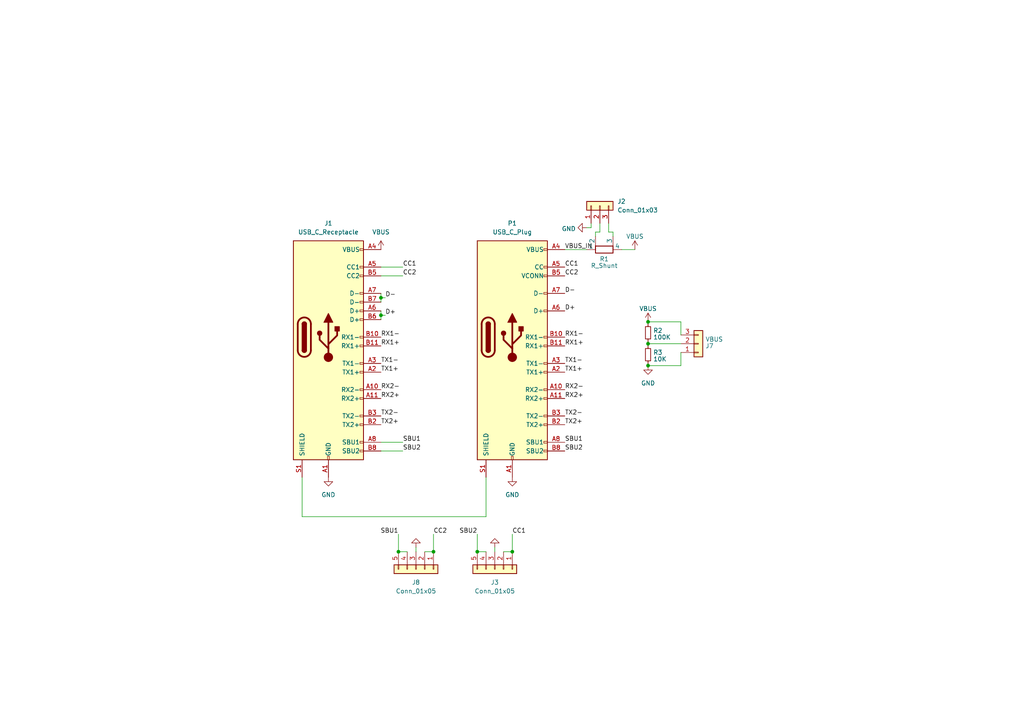
<source format=kicad_sch>
(kicad_sch (version 20230121) (generator eeschema)

  (uuid 0dd352b9-9e75-4b55-87aa-6b1e0abe2c19)

  (paper "A4")

  (lib_symbols
    (symbol "Connector:USB_C_Plug" (pin_names (offset 1.016)) (in_bom yes) (on_board yes)
      (property "Reference" "P" (at -10.16 29.21 0)
        (effects (font (size 1.27 1.27)) (justify left))
      )
      (property "Value" "USB_C_Plug" (at 10.16 29.21 0)
        (effects (font (size 1.27 1.27)) (justify right))
      )
      (property "Footprint" "" (at 3.81 0 0)
        (effects (font (size 1.27 1.27)) hide)
      )
      (property "Datasheet" "https://www.usb.org/sites/default/files/documents/usb_type-c.zip" (at 3.81 0 0)
        (effects (font (size 1.27 1.27)) hide)
      )
      (property "ki_keywords" "usb universal serial bus" (at 0 0 0)
        (effects (font (size 1.27 1.27)) hide)
      )
      (property "ki_description" "USB Type-C Plug connector" (at 0 0 0)
        (effects (font (size 1.27 1.27)) hide)
      )
      (property "ki_fp_filters" "USB*C*Plug*" (at 0 0 0)
        (effects (font (size 1.27 1.27)) hide)
      )
      (symbol "USB_C_Plug_0_0"
        (rectangle (start -0.254 -35.56) (end 0.254 -34.544)
          (stroke (width 0) (type default))
          (fill (type none))
        )
        (rectangle (start 10.16 -32.766) (end 9.144 -33.274)
          (stroke (width 0) (type default))
          (fill (type none))
        )
        (rectangle (start 10.16 -30.226) (end 9.144 -30.734)
          (stroke (width 0) (type default))
          (fill (type none))
        )
        (rectangle (start 10.16 -25.146) (end 9.144 -25.654)
          (stroke (width 0) (type default))
          (fill (type none))
        )
        (rectangle (start 10.16 -22.606) (end 9.144 -23.114)
          (stroke (width 0) (type default))
          (fill (type none))
        )
        (rectangle (start 10.16 -17.526) (end 9.144 -18.034)
          (stroke (width 0) (type default))
          (fill (type none))
        )
        (rectangle (start 10.16 -14.986) (end 9.144 -15.494)
          (stroke (width 0) (type default))
          (fill (type none))
        )
        (rectangle (start 10.16 -9.906) (end 9.144 -10.414)
          (stroke (width 0) (type default))
          (fill (type none))
        )
        (rectangle (start 10.16 -7.366) (end 9.144 -7.874)
          (stroke (width 0) (type default))
          (fill (type none))
        )
        (rectangle (start 10.16 -2.286) (end 9.144 -2.794)
          (stroke (width 0) (type default))
          (fill (type none))
        )
        (rectangle (start 10.16 0.254) (end 9.144 -0.254)
          (stroke (width 0) (type default))
          (fill (type none))
        )
        (rectangle (start 10.16 7.874) (end 9.144 7.366)
          (stroke (width 0) (type default))
          (fill (type none))
        )
        (rectangle (start 10.16 12.954) (end 9.144 12.446)
          (stroke (width 0) (type default))
          (fill (type none))
        )
        (rectangle (start 10.16 18.034) (end 9.144 17.526)
          (stroke (width 0) (type default))
          (fill (type none))
        )
        (rectangle (start 10.16 20.574) (end 9.144 20.066)
          (stroke (width 0) (type default))
          (fill (type none))
        )
        (rectangle (start 10.16 25.654) (end 9.144 25.146)
          (stroke (width 0) (type default))
          (fill (type none))
        )
      )
      (symbol "USB_C_Plug_0_1"
        (rectangle (start -10.16 27.94) (end 10.16 -35.56)
          (stroke (width 0.254) (type default))
          (fill (type background))
        )
        (arc (start -8.89 -3.81) (mid -6.985 -5.7067) (end -5.08 -3.81)
          (stroke (width 0.508) (type default))
          (fill (type none))
        )
        (arc (start -7.62 -3.81) (mid -6.985 -4.4423) (end -6.35 -3.81)
          (stroke (width 0.254) (type default))
          (fill (type none))
        )
        (arc (start -7.62 -3.81) (mid -6.985 -4.4423) (end -6.35 -3.81)
          (stroke (width 0.254) (type default))
          (fill (type outline))
        )
        (rectangle (start -7.62 -3.81) (end -6.35 3.81)
          (stroke (width 0.254) (type default))
          (fill (type outline))
        )
        (arc (start -6.35 3.81) (mid -6.985 4.4423) (end -7.62 3.81)
          (stroke (width 0.254) (type default))
          (fill (type none))
        )
        (arc (start -6.35 3.81) (mid -6.985 4.4423) (end -7.62 3.81)
          (stroke (width 0.254) (type default))
          (fill (type outline))
        )
        (arc (start -5.08 3.81) (mid -6.985 5.7067) (end -8.89 3.81)
          (stroke (width 0.508) (type default))
          (fill (type none))
        )
        (polyline
          (pts
            (xy -8.89 -3.81)
            (xy -8.89 3.81)
          )
          (stroke (width 0.508) (type default))
          (fill (type none))
        )
        (polyline
          (pts
            (xy -5.08 3.81)
            (xy -5.08 -3.81)
          )
          (stroke (width 0.508) (type default))
          (fill (type none))
        )
      )
      (symbol "USB_C_Plug_1_1"
        (circle (center -2.54 1.143) (radius 0.635)
          (stroke (width 0.254) (type default))
          (fill (type outline))
        )
        (circle (center 0 -5.842) (radius 1.27)
          (stroke (width 0) (type default))
          (fill (type outline))
        )
        (polyline
          (pts
            (xy 0 -5.842)
            (xy 0 4.318)
          )
          (stroke (width 0.508) (type default))
          (fill (type none))
        )
        (polyline
          (pts
            (xy 0 -3.302)
            (xy -2.54 -0.762)
            (xy -2.54 0.508)
          )
          (stroke (width 0.508) (type default))
          (fill (type none))
        )
        (polyline
          (pts
            (xy 0 -2.032)
            (xy 2.54 0.508)
            (xy 2.54 1.778)
          )
          (stroke (width 0.508) (type default))
          (fill (type none))
        )
        (polyline
          (pts
            (xy -1.27 4.318)
            (xy 0 6.858)
            (xy 1.27 4.318)
            (xy -1.27 4.318)
          )
          (stroke (width 0.254) (type default))
          (fill (type outline))
        )
        (rectangle (start 1.905 1.778) (end 3.175 3.048)
          (stroke (width 0.254) (type default))
          (fill (type outline))
        )
        (pin passive line (at 0 -40.64 90) (length 5.08)
          (name "GND" (effects (font (size 1.27 1.27))))
          (number "A1" (effects (font (size 1.27 1.27))))
        )
        (pin bidirectional line (at 15.24 -15.24 180) (length 5.08)
          (name "RX2-" (effects (font (size 1.27 1.27))))
          (number "A10" (effects (font (size 1.27 1.27))))
        )
        (pin bidirectional line (at 15.24 -17.78 180) (length 5.08)
          (name "RX2+" (effects (font (size 1.27 1.27))))
          (number "A11" (effects (font (size 1.27 1.27))))
        )
        (pin passive line (at 0 -40.64 90) (length 5.08) hide
          (name "GND" (effects (font (size 1.27 1.27))))
          (number "A12" (effects (font (size 1.27 1.27))))
        )
        (pin bidirectional line (at 15.24 -10.16 180) (length 5.08)
          (name "TX1+" (effects (font (size 1.27 1.27))))
          (number "A2" (effects (font (size 1.27 1.27))))
        )
        (pin bidirectional line (at 15.24 -7.62 180) (length 5.08)
          (name "TX1-" (effects (font (size 1.27 1.27))))
          (number "A3" (effects (font (size 1.27 1.27))))
        )
        (pin passive line (at 15.24 25.4 180) (length 5.08)
          (name "VBUS" (effects (font (size 1.27 1.27))))
          (number "A4" (effects (font (size 1.27 1.27))))
        )
        (pin bidirectional line (at 15.24 20.32 180) (length 5.08)
          (name "CC" (effects (font (size 1.27 1.27))))
          (number "A5" (effects (font (size 1.27 1.27))))
        )
        (pin bidirectional line (at 15.24 7.62 180) (length 5.08)
          (name "D+" (effects (font (size 1.27 1.27))))
          (number "A6" (effects (font (size 1.27 1.27))))
        )
        (pin bidirectional line (at 15.24 12.7 180) (length 5.08)
          (name "D-" (effects (font (size 1.27 1.27))))
          (number "A7" (effects (font (size 1.27 1.27))))
        )
        (pin bidirectional line (at 15.24 -30.48 180) (length 5.08)
          (name "SBU1" (effects (font (size 1.27 1.27))))
          (number "A8" (effects (font (size 1.27 1.27))))
        )
        (pin passive line (at 15.24 25.4 180) (length 5.08) hide
          (name "VBUS" (effects (font (size 1.27 1.27))))
          (number "A9" (effects (font (size 1.27 1.27))))
        )
        (pin passive line (at 0 -40.64 90) (length 5.08) hide
          (name "GND" (effects (font (size 1.27 1.27))))
          (number "B1" (effects (font (size 1.27 1.27))))
        )
        (pin bidirectional line (at 15.24 0 180) (length 5.08)
          (name "RX1-" (effects (font (size 1.27 1.27))))
          (number "B10" (effects (font (size 1.27 1.27))))
        )
        (pin bidirectional line (at 15.24 -2.54 180) (length 5.08)
          (name "RX1+" (effects (font (size 1.27 1.27))))
          (number "B11" (effects (font (size 1.27 1.27))))
        )
        (pin passive line (at 0 -40.64 90) (length 5.08) hide
          (name "GND" (effects (font (size 1.27 1.27))))
          (number "B12" (effects (font (size 1.27 1.27))))
        )
        (pin bidirectional line (at 15.24 -25.4 180) (length 5.08)
          (name "TX2+" (effects (font (size 1.27 1.27))))
          (number "B2" (effects (font (size 1.27 1.27))))
        )
        (pin bidirectional line (at 15.24 -22.86 180) (length 5.08)
          (name "TX2-" (effects (font (size 1.27 1.27))))
          (number "B3" (effects (font (size 1.27 1.27))))
        )
        (pin passive line (at 15.24 25.4 180) (length 5.08) hide
          (name "VBUS" (effects (font (size 1.27 1.27))))
          (number "B4" (effects (font (size 1.27 1.27))))
        )
        (pin bidirectional line (at 15.24 17.78 180) (length 5.08)
          (name "VCONN" (effects (font (size 1.27 1.27))))
          (number "B5" (effects (font (size 1.27 1.27))))
        )
        (pin bidirectional line (at 15.24 -33.02 180) (length 5.08)
          (name "SBU2" (effects (font (size 1.27 1.27))))
          (number "B8" (effects (font (size 1.27 1.27))))
        )
        (pin passive line (at 15.24 25.4 180) (length 5.08) hide
          (name "VBUS" (effects (font (size 1.27 1.27))))
          (number "B9" (effects (font (size 1.27 1.27))))
        )
        (pin passive line (at -7.62 -40.64 90) (length 5.08)
          (name "SHIELD" (effects (font (size 1.27 1.27))))
          (number "S1" (effects (font (size 1.27 1.27))))
        )
      )
    )
    (symbol "Connector:USB_C_Receptacle" (pin_names (offset 1.016)) (in_bom yes) (on_board yes)
      (property "Reference" "J" (at -10.16 29.21 0)
        (effects (font (size 1.27 1.27)) (justify left))
      )
      (property "Value" "USB_C_Receptacle" (at 10.16 29.21 0)
        (effects (font (size 1.27 1.27)) (justify right))
      )
      (property "Footprint" "" (at 3.81 0 0)
        (effects (font (size 1.27 1.27)) hide)
      )
      (property "Datasheet" "https://www.usb.org/sites/default/files/documents/usb_type-c.zip" (at 3.81 0 0)
        (effects (font (size 1.27 1.27)) hide)
      )
      (property "ki_keywords" "usb universal serial bus type-C full-featured" (at 0 0 0)
        (effects (font (size 1.27 1.27)) hide)
      )
      (property "ki_description" "USB Full-Featured Type-C Receptacle connector" (at 0 0 0)
        (effects (font (size 1.27 1.27)) hide)
      )
      (property "ki_fp_filters" "USB*C*Receptacle*" (at 0 0 0)
        (effects (font (size 1.27 1.27)) hide)
      )
      (symbol "USB_C_Receptacle_0_0"
        (rectangle (start -0.254 -35.56) (end 0.254 -34.544)
          (stroke (width 0) (type default))
          (fill (type none))
        )
        (rectangle (start 10.16 -32.766) (end 9.144 -33.274)
          (stroke (width 0) (type default))
          (fill (type none))
        )
        (rectangle (start 10.16 -30.226) (end 9.144 -30.734)
          (stroke (width 0) (type default))
          (fill (type none))
        )
        (rectangle (start 10.16 -25.146) (end 9.144 -25.654)
          (stroke (width 0) (type default))
          (fill (type none))
        )
        (rectangle (start 10.16 -22.606) (end 9.144 -23.114)
          (stroke (width 0) (type default))
          (fill (type none))
        )
        (rectangle (start 10.16 -17.526) (end 9.144 -18.034)
          (stroke (width 0) (type default))
          (fill (type none))
        )
        (rectangle (start 10.16 -14.986) (end 9.144 -15.494)
          (stroke (width 0) (type default))
          (fill (type none))
        )
        (rectangle (start 10.16 -9.906) (end 9.144 -10.414)
          (stroke (width 0) (type default))
          (fill (type none))
        )
        (rectangle (start 10.16 -7.366) (end 9.144 -7.874)
          (stroke (width 0) (type default))
          (fill (type none))
        )
        (rectangle (start 10.16 -2.286) (end 9.144 -2.794)
          (stroke (width 0) (type default))
          (fill (type none))
        )
        (rectangle (start 10.16 0.254) (end 9.144 -0.254)
          (stroke (width 0) (type default))
          (fill (type none))
        )
        (rectangle (start 10.16 5.334) (end 9.144 4.826)
          (stroke (width 0) (type default))
          (fill (type none))
        )
        (rectangle (start 10.16 7.874) (end 9.144 7.366)
          (stroke (width 0) (type default))
          (fill (type none))
        )
        (rectangle (start 10.16 10.414) (end 9.144 9.906)
          (stroke (width 0) (type default))
          (fill (type none))
        )
        (rectangle (start 10.16 12.954) (end 9.144 12.446)
          (stroke (width 0) (type default))
          (fill (type none))
        )
        (rectangle (start 10.16 18.034) (end 9.144 17.526)
          (stroke (width 0) (type default))
          (fill (type none))
        )
        (rectangle (start 10.16 20.574) (end 9.144 20.066)
          (stroke (width 0) (type default))
          (fill (type none))
        )
        (rectangle (start 10.16 25.654) (end 9.144 25.146)
          (stroke (width 0) (type default))
          (fill (type none))
        )
      )
      (symbol "USB_C_Receptacle_0_1"
        (rectangle (start -10.16 27.94) (end 10.16 -35.56)
          (stroke (width 0.254) (type default))
          (fill (type background))
        )
        (arc (start -8.89 -3.81) (mid -6.985 -5.7067) (end -5.08 -3.81)
          (stroke (width 0.508) (type default))
          (fill (type none))
        )
        (arc (start -7.62 -3.81) (mid -6.985 -4.4423) (end -6.35 -3.81)
          (stroke (width 0.254) (type default))
          (fill (type none))
        )
        (arc (start -7.62 -3.81) (mid -6.985 -4.4423) (end -6.35 -3.81)
          (stroke (width 0.254) (type default))
          (fill (type outline))
        )
        (rectangle (start -7.62 -3.81) (end -6.35 3.81)
          (stroke (width 0.254) (type default))
          (fill (type outline))
        )
        (arc (start -6.35 3.81) (mid -6.985 4.4423) (end -7.62 3.81)
          (stroke (width 0.254) (type default))
          (fill (type none))
        )
        (arc (start -6.35 3.81) (mid -6.985 4.4423) (end -7.62 3.81)
          (stroke (width 0.254) (type default))
          (fill (type outline))
        )
        (arc (start -5.08 3.81) (mid -6.985 5.7067) (end -8.89 3.81)
          (stroke (width 0.508) (type default))
          (fill (type none))
        )
        (polyline
          (pts
            (xy -8.89 -3.81)
            (xy -8.89 3.81)
          )
          (stroke (width 0.508) (type default))
          (fill (type none))
        )
        (polyline
          (pts
            (xy -5.08 3.81)
            (xy -5.08 -3.81)
          )
          (stroke (width 0.508) (type default))
          (fill (type none))
        )
      )
      (symbol "USB_C_Receptacle_1_1"
        (circle (center -2.54 1.143) (radius 0.635)
          (stroke (width 0.254) (type default))
          (fill (type outline))
        )
        (circle (center 0 -5.842) (radius 1.27)
          (stroke (width 0) (type default))
          (fill (type outline))
        )
        (polyline
          (pts
            (xy 0 -5.842)
            (xy 0 4.318)
          )
          (stroke (width 0.508) (type default))
          (fill (type none))
        )
        (polyline
          (pts
            (xy 0 -3.302)
            (xy -2.54 -0.762)
            (xy -2.54 0.508)
          )
          (stroke (width 0.508) (type default))
          (fill (type none))
        )
        (polyline
          (pts
            (xy 0 -2.032)
            (xy 2.54 0.508)
            (xy 2.54 1.778)
          )
          (stroke (width 0.508) (type default))
          (fill (type none))
        )
        (polyline
          (pts
            (xy -1.27 4.318)
            (xy 0 6.858)
            (xy 1.27 4.318)
            (xy -1.27 4.318)
          )
          (stroke (width 0.254) (type default))
          (fill (type outline))
        )
        (rectangle (start 1.905 1.778) (end 3.175 3.048)
          (stroke (width 0.254) (type default))
          (fill (type outline))
        )
        (pin passive line (at 0 -40.64 90) (length 5.08)
          (name "GND" (effects (font (size 1.27 1.27))))
          (number "A1" (effects (font (size 1.27 1.27))))
        )
        (pin bidirectional line (at 15.24 -15.24 180) (length 5.08)
          (name "RX2-" (effects (font (size 1.27 1.27))))
          (number "A10" (effects (font (size 1.27 1.27))))
        )
        (pin bidirectional line (at 15.24 -17.78 180) (length 5.08)
          (name "RX2+" (effects (font (size 1.27 1.27))))
          (number "A11" (effects (font (size 1.27 1.27))))
        )
        (pin passive line (at 0 -40.64 90) (length 5.08) hide
          (name "GND" (effects (font (size 1.27 1.27))))
          (number "A12" (effects (font (size 1.27 1.27))))
        )
        (pin bidirectional line (at 15.24 -10.16 180) (length 5.08)
          (name "TX1+" (effects (font (size 1.27 1.27))))
          (number "A2" (effects (font (size 1.27 1.27))))
        )
        (pin bidirectional line (at 15.24 -7.62 180) (length 5.08)
          (name "TX1-" (effects (font (size 1.27 1.27))))
          (number "A3" (effects (font (size 1.27 1.27))))
        )
        (pin passive line (at 15.24 25.4 180) (length 5.08)
          (name "VBUS" (effects (font (size 1.27 1.27))))
          (number "A4" (effects (font (size 1.27 1.27))))
        )
        (pin bidirectional line (at 15.24 20.32 180) (length 5.08)
          (name "CC1" (effects (font (size 1.27 1.27))))
          (number "A5" (effects (font (size 1.27 1.27))))
        )
        (pin bidirectional line (at 15.24 7.62 180) (length 5.08)
          (name "D+" (effects (font (size 1.27 1.27))))
          (number "A6" (effects (font (size 1.27 1.27))))
        )
        (pin bidirectional line (at 15.24 12.7 180) (length 5.08)
          (name "D-" (effects (font (size 1.27 1.27))))
          (number "A7" (effects (font (size 1.27 1.27))))
        )
        (pin bidirectional line (at 15.24 -30.48 180) (length 5.08)
          (name "SBU1" (effects (font (size 1.27 1.27))))
          (number "A8" (effects (font (size 1.27 1.27))))
        )
        (pin passive line (at 15.24 25.4 180) (length 5.08) hide
          (name "VBUS" (effects (font (size 1.27 1.27))))
          (number "A9" (effects (font (size 1.27 1.27))))
        )
        (pin passive line (at 0 -40.64 90) (length 5.08) hide
          (name "GND" (effects (font (size 1.27 1.27))))
          (number "B1" (effects (font (size 1.27 1.27))))
        )
        (pin bidirectional line (at 15.24 0 180) (length 5.08)
          (name "RX1-" (effects (font (size 1.27 1.27))))
          (number "B10" (effects (font (size 1.27 1.27))))
        )
        (pin bidirectional line (at 15.24 -2.54 180) (length 5.08)
          (name "RX1+" (effects (font (size 1.27 1.27))))
          (number "B11" (effects (font (size 1.27 1.27))))
        )
        (pin passive line (at 0 -40.64 90) (length 5.08) hide
          (name "GND" (effects (font (size 1.27 1.27))))
          (number "B12" (effects (font (size 1.27 1.27))))
        )
        (pin bidirectional line (at 15.24 -25.4 180) (length 5.08)
          (name "TX2+" (effects (font (size 1.27 1.27))))
          (number "B2" (effects (font (size 1.27 1.27))))
        )
        (pin bidirectional line (at 15.24 -22.86 180) (length 5.08)
          (name "TX2-" (effects (font (size 1.27 1.27))))
          (number "B3" (effects (font (size 1.27 1.27))))
        )
        (pin passive line (at 15.24 25.4 180) (length 5.08) hide
          (name "VBUS" (effects (font (size 1.27 1.27))))
          (number "B4" (effects (font (size 1.27 1.27))))
        )
        (pin bidirectional line (at 15.24 17.78 180) (length 5.08)
          (name "CC2" (effects (font (size 1.27 1.27))))
          (number "B5" (effects (font (size 1.27 1.27))))
        )
        (pin bidirectional line (at 15.24 5.08 180) (length 5.08)
          (name "D+" (effects (font (size 1.27 1.27))))
          (number "B6" (effects (font (size 1.27 1.27))))
        )
        (pin bidirectional line (at 15.24 10.16 180) (length 5.08)
          (name "D-" (effects (font (size 1.27 1.27))))
          (number "B7" (effects (font (size 1.27 1.27))))
        )
        (pin bidirectional line (at 15.24 -33.02 180) (length 5.08)
          (name "SBU2" (effects (font (size 1.27 1.27))))
          (number "B8" (effects (font (size 1.27 1.27))))
        )
        (pin passive line (at 15.24 25.4 180) (length 5.08) hide
          (name "VBUS" (effects (font (size 1.27 1.27))))
          (number "B9" (effects (font (size 1.27 1.27))))
        )
        (pin passive line (at -7.62 -40.64 90) (length 5.08)
          (name "SHIELD" (effects (font (size 1.27 1.27))))
          (number "S1" (effects (font (size 1.27 1.27))))
        )
      )
    )
    (symbol "Connector_Generic:Conn_01x03" (pin_names (offset 1.016) hide) (in_bom yes) (on_board yes)
      (property "Reference" "J" (at 0 5.08 0)
        (effects (font (size 1.27 1.27)))
      )
      (property "Value" "Conn_01x03" (at 0 -5.08 0)
        (effects (font (size 1.27 1.27)))
      )
      (property "Footprint" "" (at 0 0 0)
        (effects (font (size 1.27 1.27)) hide)
      )
      (property "Datasheet" "~" (at 0 0 0)
        (effects (font (size 1.27 1.27)) hide)
      )
      (property "ki_keywords" "connector" (at 0 0 0)
        (effects (font (size 1.27 1.27)) hide)
      )
      (property "ki_description" "Generic connector, single row, 01x03, script generated (kicad-library-utils/schlib/autogen/connector/)" (at 0 0 0)
        (effects (font (size 1.27 1.27)) hide)
      )
      (property "ki_fp_filters" "Connector*:*_1x??_*" (at 0 0 0)
        (effects (font (size 1.27 1.27)) hide)
      )
      (symbol "Conn_01x03_1_1"
        (rectangle (start -1.27 -2.413) (end 0 -2.667)
          (stroke (width 0.1524) (type default))
          (fill (type none))
        )
        (rectangle (start -1.27 0.127) (end 0 -0.127)
          (stroke (width 0.1524) (type default))
          (fill (type none))
        )
        (rectangle (start -1.27 2.667) (end 0 2.413)
          (stroke (width 0.1524) (type default))
          (fill (type none))
        )
        (rectangle (start -1.27 3.81) (end 1.27 -3.81)
          (stroke (width 0.254) (type default))
          (fill (type background))
        )
        (pin passive line (at -5.08 2.54 0) (length 3.81)
          (name "Pin_1" (effects (font (size 1.27 1.27))))
          (number "1" (effects (font (size 1.27 1.27))))
        )
        (pin passive line (at -5.08 0 0) (length 3.81)
          (name "Pin_2" (effects (font (size 1.27 1.27))))
          (number "2" (effects (font (size 1.27 1.27))))
        )
        (pin passive line (at -5.08 -2.54 0) (length 3.81)
          (name "Pin_3" (effects (font (size 1.27 1.27))))
          (number "3" (effects (font (size 1.27 1.27))))
        )
      )
    )
    (symbol "Connector_Generic:Conn_01x05" (pin_names (offset 1.016) hide) (in_bom yes) (on_board yes)
      (property "Reference" "J" (at 0 7.62 0)
        (effects (font (size 1.27 1.27)))
      )
      (property "Value" "Conn_01x05" (at 0 -7.62 0)
        (effects (font (size 1.27 1.27)))
      )
      (property "Footprint" "" (at 0 0 0)
        (effects (font (size 1.27 1.27)) hide)
      )
      (property "Datasheet" "~" (at 0 0 0)
        (effects (font (size 1.27 1.27)) hide)
      )
      (property "ki_keywords" "connector" (at 0 0 0)
        (effects (font (size 1.27 1.27)) hide)
      )
      (property "ki_description" "Generic connector, single row, 01x05, script generated (kicad-library-utils/schlib/autogen/connector/)" (at 0 0 0)
        (effects (font (size 1.27 1.27)) hide)
      )
      (property "ki_fp_filters" "Connector*:*_1x??_*" (at 0 0 0)
        (effects (font (size 1.27 1.27)) hide)
      )
      (symbol "Conn_01x05_1_1"
        (rectangle (start -1.27 -4.953) (end 0 -5.207)
          (stroke (width 0.1524) (type default))
          (fill (type none))
        )
        (rectangle (start -1.27 -2.413) (end 0 -2.667)
          (stroke (width 0.1524) (type default))
          (fill (type none))
        )
        (rectangle (start -1.27 0.127) (end 0 -0.127)
          (stroke (width 0.1524) (type default))
          (fill (type none))
        )
        (rectangle (start -1.27 2.667) (end 0 2.413)
          (stroke (width 0.1524) (type default))
          (fill (type none))
        )
        (rectangle (start -1.27 5.207) (end 0 4.953)
          (stroke (width 0.1524) (type default))
          (fill (type none))
        )
        (rectangle (start -1.27 6.35) (end 1.27 -6.35)
          (stroke (width 0.254) (type default))
          (fill (type background))
        )
        (pin passive line (at -5.08 5.08 0) (length 3.81)
          (name "Pin_1" (effects (font (size 1.27 1.27))))
          (number "1" (effects (font (size 1.27 1.27))))
        )
        (pin passive line (at -5.08 2.54 0) (length 3.81)
          (name "Pin_2" (effects (font (size 1.27 1.27))))
          (number "2" (effects (font (size 1.27 1.27))))
        )
        (pin passive line (at -5.08 0 0) (length 3.81)
          (name "Pin_3" (effects (font (size 1.27 1.27))))
          (number "3" (effects (font (size 1.27 1.27))))
        )
        (pin passive line (at -5.08 -2.54 0) (length 3.81)
          (name "Pin_4" (effects (font (size 1.27 1.27))))
          (number "4" (effects (font (size 1.27 1.27))))
        )
        (pin passive line (at -5.08 -5.08 0) (length 3.81)
          (name "Pin_5" (effects (font (size 1.27 1.27))))
          (number "5" (effects (font (size 1.27 1.27))))
        )
      )
    )
    (symbol "Device:R_Shunt" (pin_numbers hide) (pin_names (offset 0)) (in_bom yes) (on_board yes)
      (property "Reference" "R" (at -4.445 0 90)
        (effects (font (size 1.27 1.27)))
      )
      (property "Value" "R_Shunt" (at -2.54 0 90)
        (effects (font (size 1.27 1.27)))
      )
      (property "Footprint" "" (at -1.778 0 90)
        (effects (font (size 1.27 1.27)) hide)
      )
      (property "Datasheet" "~" (at 0 0 0)
        (effects (font (size 1.27 1.27)) hide)
      )
      (property "ki_keywords" "R res shunt resistor" (at 0 0 0)
        (effects (font (size 1.27 1.27)) hide)
      )
      (property "ki_description" "Shunt resistor" (at 0 0 0)
        (effects (font (size 1.27 1.27)) hide)
      )
      (property "ki_fp_filters" "R_*Shunt*" (at 0 0 0)
        (effects (font (size 1.27 1.27)) hide)
      )
      (symbol "R_Shunt_0_1"
        (rectangle (start -1.016 -2.54) (end 1.016 2.54)
          (stroke (width 0.254) (type default))
          (fill (type none))
        )
        (polyline
          (pts
            (xy 0 -2.54)
            (xy 1.27 -2.54)
          )
          (stroke (width 0) (type default))
          (fill (type none))
        )
        (polyline
          (pts
            (xy 1.27 2.54)
            (xy 0 2.54)
          )
          (stroke (width 0) (type default))
          (fill (type none))
        )
      )
      (symbol "R_Shunt_1_1"
        (pin passive line (at 0 5.08 270) (length 2.54)
          (name "1" (effects (font (size 1.27 1.27))))
          (number "1" (effects (font (size 1.27 1.27))))
        )
        (pin passive line (at 3.81 2.54 180) (length 2.54)
          (name "2" (effects (font (size 1.27 1.27))))
          (number "2" (effects (font (size 1.27 1.27))))
        )
        (pin passive line (at 3.81 -2.54 180) (length 2.54)
          (name "3" (effects (font (size 1.27 1.27))))
          (number "3" (effects (font (size 1.27 1.27))))
        )
        (pin passive line (at 0 -5.08 90) (length 2.54)
          (name "4" (effects (font (size 1.27 1.27))))
          (number "4" (effects (font (size 1.27 1.27))))
        )
      )
    )
    (symbol "Device:R_Small" (pin_numbers hide) (pin_names (offset 0.254) hide) (in_bom yes) (on_board yes)
      (property "Reference" "R" (at 0.762 0.508 0)
        (effects (font (size 1.27 1.27)) (justify left))
      )
      (property "Value" "R_Small" (at 0.762 -1.016 0)
        (effects (font (size 1.27 1.27)) (justify left))
      )
      (property "Footprint" "" (at 0 0 0)
        (effects (font (size 1.27 1.27)) hide)
      )
      (property "Datasheet" "~" (at 0 0 0)
        (effects (font (size 1.27 1.27)) hide)
      )
      (property "ki_keywords" "R resistor" (at 0 0 0)
        (effects (font (size 1.27 1.27)) hide)
      )
      (property "ki_description" "Resistor, small symbol" (at 0 0 0)
        (effects (font (size 1.27 1.27)) hide)
      )
      (property "ki_fp_filters" "R_*" (at 0 0 0)
        (effects (font (size 1.27 1.27)) hide)
      )
      (symbol "R_Small_0_1"
        (rectangle (start -0.762 1.778) (end 0.762 -1.778)
          (stroke (width 0.2032) (type default))
          (fill (type none))
        )
      )
      (symbol "R_Small_1_1"
        (pin passive line (at 0 2.54 270) (length 0.762)
          (name "~" (effects (font (size 1.27 1.27))))
          (number "1" (effects (font (size 1.27 1.27))))
        )
        (pin passive line (at 0 -2.54 90) (length 0.762)
          (name "~" (effects (font (size 1.27 1.27))))
          (number "2" (effects (font (size 1.27 1.27))))
        )
      )
    )
    (symbol "power:GND" (power) (pin_names (offset 0)) (in_bom yes) (on_board yes)
      (property "Reference" "#PWR" (at 0 -6.35 0)
        (effects (font (size 1.27 1.27)) hide)
      )
      (property "Value" "GND" (at 0 -3.81 0)
        (effects (font (size 1.27 1.27)))
      )
      (property "Footprint" "" (at 0 0 0)
        (effects (font (size 1.27 1.27)) hide)
      )
      (property "Datasheet" "" (at 0 0 0)
        (effects (font (size 1.27 1.27)) hide)
      )
      (property "ki_keywords" "global power" (at 0 0 0)
        (effects (font (size 1.27 1.27)) hide)
      )
      (property "ki_description" "Power symbol creates a global label with name \"GND\" , ground" (at 0 0 0)
        (effects (font (size 1.27 1.27)) hide)
      )
      (symbol "GND_0_1"
        (polyline
          (pts
            (xy 0 0)
            (xy 0 -1.27)
            (xy 1.27 -1.27)
            (xy 0 -2.54)
            (xy -1.27 -1.27)
            (xy 0 -1.27)
          )
          (stroke (width 0) (type default))
          (fill (type none))
        )
      )
      (symbol "GND_1_1"
        (pin power_in line (at 0 0 270) (length 0) hide
          (name "GND" (effects (font (size 1.27 1.27))))
          (number "1" (effects (font (size 1.27 1.27))))
        )
      )
    )
    (symbol "power:VBUS" (power) (pin_names (offset 0)) (in_bom yes) (on_board yes)
      (property "Reference" "#PWR" (at 0 -3.81 0)
        (effects (font (size 1.27 1.27)) hide)
      )
      (property "Value" "VBUS" (at 0 3.81 0)
        (effects (font (size 1.27 1.27)))
      )
      (property "Footprint" "" (at 0 0 0)
        (effects (font (size 1.27 1.27)) hide)
      )
      (property "Datasheet" "" (at 0 0 0)
        (effects (font (size 1.27 1.27)) hide)
      )
      (property "ki_keywords" "global power" (at 0 0 0)
        (effects (font (size 1.27 1.27)) hide)
      )
      (property "ki_description" "Power symbol creates a global label with name \"VBUS\"" (at 0 0 0)
        (effects (font (size 1.27 1.27)) hide)
      )
      (symbol "VBUS_0_1"
        (polyline
          (pts
            (xy -0.762 1.27)
            (xy 0 2.54)
          )
          (stroke (width 0) (type default))
          (fill (type none))
        )
        (polyline
          (pts
            (xy 0 0)
            (xy 0 2.54)
          )
          (stroke (width 0) (type default))
          (fill (type none))
        )
        (polyline
          (pts
            (xy 0 2.54)
            (xy 0.762 1.27)
          )
          (stroke (width 0) (type default))
          (fill (type none))
        )
      )
      (symbol "VBUS_1_1"
        (pin power_in line (at 0 0 90) (length 0) hide
          (name "VBUS" (effects (font (size 1.27 1.27))))
          (number "1" (effects (font (size 1.27 1.27))))
        )
      )
    )
  )

  (junction (at 187.96 99.695) (diameter 0) (color 0 0 0 0)
    (uuid 2940f58c-75fb-4558-95c0-c7a775e698b5)
  )
  (junction (at 138.43 160.02) (diameter 0) (color 0 0 0 0)
    (uuid 2cfc44ca-6eda-4103-8624-024454fc3ed1)
  )
  (junction (at 110.49 91.44) (diameter 0) (color 0 0 0 0)
    (uuid 3c723e23-88a3-46e5-8292-99fc5ff2911d)
  )
  (junction (at 115.57 160.02) (diameter 0) (color 0 0 0 0)
    (uuid 5d05c0cb-071a-49f7-9876-bc0c15794659)
  )
  (junction (at 125.73 160.02) (diameter 0) (color 0 0 0 0)
    (uuid 82414b5d-cbb2-457b-a129-35e3dc22aeb1)
  )
  (junction (at 187.96 106.045) (diameter 0) (color 0 0 0 0)
    (uuid 84dff38c-b10a-4bbd-b2e1-ae068460e477)
  )
  (junction (at 148.59 160.02) (diameter 0) (color 0 0 0 0)
    (uuid 85b7fee2-9cd3-4b4e-aa04-75221f0844ce)
  )
  (junction (at 110.49 86.36) (diameter 0) (color 0 0 0 0)
    (uuid ba81b250-9aa8-4e00-833a-dfafa4123254)
  )
  (junction (at 187.96 93.345) (diameter 0) (color 0 0 0 0)
    (uuid cb54dec7-8af4-450d-a21f-0472a9ac60b3)
  )

  (wire (pts (xy 111.76 86.36) (xy 110.49 86.36))
    (stroke (width 0) (type default))
    (uuid 02868e11-ff31-4a77-97eb-1c36777f8e1a)
  )
  (wire (pts (xy 138.43 160.02) (xy 140.97 160.02))
    (stroke (width 0) (type default))
    (uuid 02c2838d-f3ce-4419-ad12-7103f8a7808e)
  )
  (wire (pts (xy 197.485 93.345) (xy 197.485 97.155))
    (stroke (width 0) (type default))
    (uuid 04302619-19ee-4679-8305-b0da67cc61c7)
  )
  (wire (pts (xy 148.59 154.94) (xy 148.59 160.02))
    (stroke (width 0) (type default))
    (uuid 055342e0-0d51-41c2-9ecf-ce85e6461593)
  )
  (wire (pts (xy 110.49 80.01) (xy 116.84 80.01))
    (stroke (width 0) (type default))
    (uuid 06990536-c4e2-4a1c-a424-64a612fa2e8f)
  )
  (wire (pts (xy 110.49 130.81) (xy 116.84 130.81))
    (stroke (width 0) (type default))
    (uuid 0795a13f-64db-4e04-b7fb-03e16bc6fbaf)
  )
  (wire (pts (xy 87.63 138.43) (xy 87.63 149.86))
    (stroke (width 0) (type default))
    (uuid 0d6ecdaf-b062-484f-93de-bfb2e117d4a1)
  )
  (wire (pts (xy 177.8 68.58) (xy 177.8 67.31))
    (stroke (width 0) (type default))
    (uuid 1245c79e-0791-4341-950d-ee4968c82c3a)
  )
  (wire (pts (xy 187.96 93.98) (xy 187.96 93.345))
    (stroke (width 0) (type default))
    (uuid 1704a7ab-b16f-4b1c-9a7c-8cb8205c4d11)
  )
  (wire (pts (xy 140.97 149.86) (xy 140.97 138.43))
    (stroke (width 0) (type default))
    (uuid 1932b7d9-2924-4bd7-bd74-b43bbc92b016)
  )
  (wire (pts (xy 110.49 128.27) (xy 116.84 128.27))
    (stroke (width 0) (type default))
    (uuid 1a54858c-01ec-4687-ab9e-604e3cd03a4e)
  )
  (wire (pts (xy 176.53 67.31) (xy 176.53 64.77))
    (stroke (width 0) (type default))
    (uuid 2577e631-ec01-4c35-b32c-dd8e795a69e3)
  )
  (wire (pts (xy 163.83 72.39) (xy 170.18 72.39))
    (stroke (width 0) (type default))
    (uuid 28079088-55ea-46b1-86cd-dac28b211be4)
  )
  (wire (pts (xy 120.65 158.75) (xy 120.65 160.02))
    (stroke (width 0) (type default))
    (uuid 38996fa3-09d1-4611-a12f-fd5f9a40e529)
  )
  (wire (pts (xy 187.96 93.345) (xy 197.485 93.345))
    (stroke (width 0) (type default))
    (uuid 4fbc043f-1373-4000-88f6-8e600f6fc531)
  )
  (wire (pts (xy 146.05 160.02) (xy 148.59 160.02))
    (stroke (width 0) (type default))
    (uuid 581679ae-e981-4b49-9249-950a34aa45aa)
  )
  (wire (pts (xy 187.96 99.695) (xy 197.485 99.695))
    (stroke (width 0) (type default))
    (uuid 697cadd3-90d6-4f32-8b39-277c8d789099)
  )
  (wire (pts (xy 143.51 158.75) (xy 143.51 160.02))
    (stroke (width 0) (type default))
    (uuid 6a57760b-04e8-48ca-9637-3f4d29d20b0d)
  )
  (wire (pts (xy 123.19 160.02) (xy 125.73 160.02))
    (stroke (width 0) (type default))
    (uuid 7d3f5419-d864-42db-be36-e41c4f288a61)
  )
  (wire (pts (xy 172.72 67.31) (xy 173.99 67.31))
    (stroke (width 0) (type default))
    (uuid 813cd629-595a-402b-b346-eb113bbf4ebd)
  )
  (wire (pts (xy 187.96 105.41) (xy 187.96 106.045))
    (stroke (width 0) (type default))
    (uuid 85209bff-f3af-43cc-a87f-b1e895d9078e)
  )
  (wire (pts (xy 110.49 91.44) (xy 110.49 92.71))
    (stroke (width 0) (type default))
    (uuid 8c1b2afa-e985-4197-b35f-1c49c5ca4824)
  )
  (wire (pts (xy 87.63 149.86) (xy 140.97 149.86))
    (stroke (width 0) (type default))
    (uuid 8e21e7ee-797b-45da-9fa0-1580302e19c9)
  )
  (wire (pts (xy 187.96 99.695) (xy 187.96 100.33))
    (stroke (width 0) (type default))
    (uuid 8eb53bab-26f5-467d-b8e3-06f584f2c893)
  )
  (wire (pts (xy 172.72 68.58) (xy 172.72 67.31))
    (stroke (width 0) (type default))
    (uuid 962b888e-0fe4-4b8e-8788-f0bbf2bc769b)
  )
  (wire (pts (xy 187.96 99.06) (xy 187.96 99.695))
    (stroke (width 0) (type default))
    (uuid a4d71ef1-2ef6-4224-9dca-0c7d501c1b7f)
  )
  (wire (pts (xy 110.49 85.09) (xy 110.49 86.36))
    (stroke (width 0) (type default))
    (uuid af3519b3-b55c-4360-9636-a873fd0e13e5)
  )
  (wire (pts (xy 177.8 67.31) (xy 176.53 67.31))
    (stroke (width 0) (type default))
    (uuid b27f5505-3c85-4ea7-95da-979dc8fdee68)
  )
  (wire (pts (xy 170.18 66.04) (xy 171.45 66.04))
    (stroke (width 0) (type default))
    (uuid b5f054a7-7170-4658-86a3-2fddc639361a)
  )
  (wire (pts (xy 125.73 154.94) (xy 125.73 160.02))
    (stroke (width 0) (type default))
    (uuid b686c33d-2da9-44ba-95aa-199c51b81914)
  )
  (wire (pts (xy 138.43 154.94) (xy 138.43 160.02))
    (stroke (width 0) (type default))
    (uuid b7819167-5a3d-4e50-9651-f9e402ca7789)
  )
  (wire (pts (xy 187.96 106.045) (xy 197.485 106.045))
    (stroke (width 0) (type default))
    (uuid b8291a23-5481-4415-8dba-5fe777f6120c)
  )
  (wire (pts (xy 197.485 106.045) (xy 197.485 102.235))
    (stroke (width 0) (type default))
    (uuid bdb658ca-f8ef-4362-8715-4da42b2867ca)
  )
  (wire (pts (xy 110.49 86.36) (xy 110.49 87.63))
    (stroke (width 0) (type default))
    (uuid c407f782-f814-4bff-88e6-fbd63ca0859f)
  )
  (wire (pts (xy 115.57 160.02) (xy 118.11 160.02))
    (stroke (width 0) (type default))
    (uuid c91c0c33-efd0-4fd4-9d9f-55c0ee910a39)
  )
  (wire (pts (xy 115.57 154.94) (xy 115.57 160.02))
    (stroke (width 0) (type default))
    (uuid ca7ecb7b-b328-4cc9-bf2f-f7f4161d3895)
  )
  (wire (pts (xy 171.45 66.04) (xy 171.45 64.77))
    (stroke (width 0) (type default))
    (uuid cd95b8fb-a7c4-4b4d-8d5e-6ff1b3544113)
  )
  (wire (pts (xy 111.76 91.44) (xy 110.49 91.44))
    (stroke (width 0) (type default))
    (uuid db798360-e591-4c2a-8c10-179e7bdc4d89)
  )
  (wire (pts (xy 110.49 90.17) (xy 110.49 91.44))
    (stroke (width 0) (type default))
    (uuid ddeb80e4-0622-4f77-895c-29d2876fe34d)
  )
  (wire (pts (xy 180.34 72.39) (xy 184.15 72.39))
    (stroke (width 0) (type default))
    (uuid f9b24759-bddd-40d2-9f7f-aa6488ac35d4)
  )
  (wire (pts (xy 173.99 67.31) (xy 173.99 64.77))
    (stroke (width 0) (type default))
    (uuid fc780297-4bf1-4d3f-9484-d5c3c589c12c)
  )
  (wire (pts (xy 110.49 77.47) (xy 116.84 77.47))
    (stroke (width 0) (type default))
    (uuid ff1ca9f7-0cbb-47f4-911e-1d646210e077)
  )

  (label "SBU2" (at 163.83 130.81 0) (fields_autoplaced)
    (effects (font (size 1.27 1.27)) (justify left bottom))
    (uuid 0642cb7d-a4e4-4591-960d-0a9beff10980)
  )
  (label "CC1" (at 163.83 77.47 0) (fields_autoplaced)
    (effects (font (size 1.27 1.27)) (justify left bottom))
    (uuid 09c53f38-421e-4e8e-83d0-534269e42c28)
  )
  (label "TX2-" (at 163.83 120.65 0) (fields_autoplaced)
    (effects (font (size 1.27 1.27)) (justify left bottom))
    (uuid 134515bb-a455-40d0-b8be-a3ab420f5169)
  )
  (label "TX2+" (at 110.49 123.19 0) (fields_autoplaced)
    (effects (font (size 1.27 1.27)) (justify left bottom))
    (uuid 13b99678-bce2-4c58-90d7-430559c088d1)
  )
  (label "CC2" (at 116.84 80.01 0) (fields_autoplaced)
    (effects (font (size 1.27 1.27)) (justify left bottom))
    (uuid 1ebf560d-943a-4fa3-99ed-608dbacfef0f)
  )
  (label "RX2+" (at 110.49 115.57 0) (fields_autoplaced)
    (effects (font (size 1.27 1.27)) (justify left bottom))
    (uuid 20a5ab23-7542-4ce2-a263-65c92b3a6b02)
  )
  (label "CC1" (at 148.59 154.94 0) (fields_autoplaced)
    (effects (font (size 1.27 1.27)) (justify left bottom))
    (uuid 272a82d5-c458-495d-b79d-80070a073bec)
  )
  (label "SBU2" (at 138.43 154.94 180) (fields_autoplaced)
    (effects (font (size 1.27 1.27)) (justify right bottom))
    (uuid 2d6478de-7d45-41b9-8ae5-b82bb65e9d3b)
  )
  (label "RX1-" (at 110.49 97.79 0) (fields_autoplaced)
    (effects (font (size 1.27 1.27)) (justify left bottom))
    (uuid 3d4d19a4-8a0e-432d-ac1c-91a3a2d2f30c)
  )
  (label "CC1" (at 116.84 77.47 0) (fields_autoplaced)
    (effects (font (size 1.27 1.27)) (justify left bottom))
    (uuid 4554938d-5551-4f5f-91e0-e185c3db5b30)
  )
  (label "RX1-" (at 163.83 97.79 0) (fields_autoplaced)
    (effects (font (size 1.27 1.27)) (justify left bottom))
    (uuid 49a5e8e1-06b1-4eb1-8f3a-402e62aecde7)
  )
  (label "SBU1" (at 116.84 128.27 0) (fields_autoplaced)
    (effects (font (size 1.27 1.27)) (justify left bottom))
    (uuid 4a0718c7-188e-4657-895e-933dd86664e5)
  )
  (label "CC2" (at 125.73 154.94 0) (fields_autoplaced)
    (effects (font (size 1.27 1.27)) (justify left bottom))
    (uuid 58504915-b956-4920-be97-0b11f25c2151)
  )
  (label "D-" (at 111.76 86.36 0) (fields_autoplaced)
    (effects (font (size 1.27 1.27)) (justify left bottom))
    (uuid 59281049-82eb-48d5-8b54-1b3e6a53e68d)
  )
  (label "D+" (at 111.76 91.44 0) (fields_autoplaced)
    (effects (font (size 1.27 1.27)) (justify left bottom))
    (uuid 5d766b8d-4e7b-478b-88f9-553b83b4e40a)
  )
  (label "TX1+" (at 163.83 107.95 0) (fields_autoplaced)
    (effects (font (size 1.27 1.27)) (justify left bottom))
    (uuid 60b294cc-5577-473e-8c3d-0a054ff93cef)
  )
  (label "TX2+" (at 163.83 123.19 0) (fields_autoplaced)
    (effects (font (size 1.27 1.27)) (justify left bottom))
    (uuid 6c51e5b4-5e42-4d24-b2a4-f69e791f9738)
  )
  (label "D-" (at 163.83 85.09 0) (fields_autoplaced)
    (effects (font (size 1.27 1.27)) (justify left bottom))
    (uuid 7c8ebd99-442c-455f-981f-b78569e420de)
  )
  (label "SBU2" (at 116.84 130.81 0) (fields_autoplaced)
    (effects (font (size 1.27 1.27)) (justify left bottom))
    (uuid 7e0837f9-4ef3-4a9f-acde-34c4000e4cf2)
  )
  (label "TX1-" (at 110.49 105.41 0) (fields_autoplaced)
    (effects (font (size 1.27 1.27)) (justify left bottom))
    (uuid 85efda2a-b28f-40ca-8e9a-ff9ba9cd792f)
  )
  (label "CC2" (at 163.83 80.01 0) (fields_autoplaced)
    (effects (font (size 1.27 1.27)) (justify left bottom))
    (uuid 929c0642-2750-4cbd-af1a-70d3e5cbfe82)
  )
  (label "VBUS_IN" (at 163.83 72.39 0) (fields_autoplaced)
    (effects (font (size 1.27 1.27)) (justify left bottom))
    (uuid 9865acf5-a743-4980-8053-a15fedf41e8c)
  )
  (label "SBU1" (at 115.57 154.94 180) (fields_autoplaced)
    (effects (font (size 1.27 1.27)) (justify right bottom))
    (uuid a0f48f4a-ff87-442b-affe-8329024384b8)
  )
  (label "TX1-" (at 163.83 105.41 0) (fields_autoplaced)
    (effects (font (size 1.27 1.27)) (justify left bottom))
    (uuid bdcbdf80-124e-41f0-9292-f50215e27631)
  )
  (label "TX1+" (at 110.49 107.95 0) (fields_autoplaced)
    (effects (font (size 1.27 1.27)) (justify left bottom))
    (uuid c3afd116-4a47-4010-95d7-d2961ad96364)
  )
  (label "D+" (at 163.83 90.17 0) (fields_autoplaced)
    (effects (font (size 1.27 1.27)) (justify left bottom))
    (uuid cc9737b4-4bec-4133-883b-c1c1460a4f55)
  )
  (label "SBU1" (at 163.83 128.27 0) (fields_autoplaced)
    (effects (font (size 1.27 1.27)) (justify left bottom))
    (uuid cff136ca-42a9-4b1e-8300-1d3cf36a63ed)
  )
  (label "RX1+" (at 110.49 100.33 0) (fields_autoplaced)
    (effects (font (size 1.27 1.27)) (justify left bottom))
    (uuid e959292a-7159-4819-8776-c2880b91e464)
  )
  (label "RX2-" (at 163.83 113.03 0) (fields_autoplaced)
    (effects (font (size 1.27 1.27)) (justify left bottom))
    (uuid ec6c0e17-11f3-47c7-96c5-cc1f4e317827)
  )
  (label "RX2-" (at 110.49 113.03 0) (fields_autoplaced)
    (effects (font (size 1.27 1.27)) (justify left bottom))
    (uuid ef966661-86eb-4001-8782-f5c29f3311e3)
  )
  (label "RX1+" (at 163.83 100.33 0) (fields_autoplaced)
    (effects (font (size 1.27 1.27)) (justify left bottom))
    (uuid f9a3d267-4eff-4dde-a6c7-cbb6488c1837)
  )
  (label "TX2-" (at 110.49 120.65 0) (fields_autoplaced)
    (effects (font (size 1.27 1.27)) (justify left bottom))
    (uuid fdb06927-37d8-4569-bc32-4be09e991f2f)
  )
  (label "RX2+" (at 163.83 115.57 0) (fields_autoplaced)
    (effects (font (size 1.27 1.27)) (justify left bottom))
    (uuid fed7af49-7e3f-4c63-be34-9bace22349d6)
  )

  (symbol (lib_id "power:GND") (at 120.65 158.75 180) (unit 1)
    (in_bom yes) (on_board yes) (dnp no) (fields_autoplaced)
    (uuid 177c4050-99ec-436e-bbbf-601d57d039ab)
    (property "Reference" "#PWR011" (at 120.65 152.4 0)
      (effects (font (size 1.27 1.27)) hide)
    )
    (property "Value" "GND" (at 120.65 154.305 0)
      (effects (font (size 1.27 1.27)) hide)
    )
    (property "Footprint" "" (at 120.65 158.75 0)
      (effects (font (size 1.27 1.27)) hide)
    )
    (property "Datasheet" "" (at 120.65 158.75 0)
      (effects (font (size 1.27 1.27)) hide)
    )
    (pin "1" (uuid bf06ecb4-d6d7-4351-b0fe-13304d8ac19f))
    (instances
      (project "USBCPASSTHRU"
        (path "/0dd352b9-9e75-4b55-87aa-6b1e0abe2c19"
          (reference "#PWR011") (unit 1)
        )
      )
    )
  )

  (symbol (lib_id "Connector_Generic:Conn_01x03") (at 202.565 99.695 0) (mirror x) (unit 1)
    (in_bom yes) (on_board yes) (dnp no)
    (uuid 1a45b1af-5814-41fd-9137-ebb833c881d5)
    (property "Reference" "J7" (at 204.597 100.3387 0)
      (effects (font (size 1.27 1.27)) (justify left))
    )
    (property "Value" "VBUS" (at 204.597 98.4177 0)
      (effects (font (size 1.27 1.27)) (justify left))
    )
    (property "Footprint" "Connector_PinHeader_2.54mm:PinHeader_1x03_P2.54mm_Vertical" (at 202.565 99.695 0)
      (effects (font (size 1.27 1.27)) hide)
    )
    (property "Datasheet" "~" (at 202.565 99.695 0)
      (effects (font (size 1.27 1.27)) hide)
    )
    (pin "1" (uuid b95182b9-2dd4-4c62-988d-6de30b74887c))
    (pin "2" (uuid 9449bfdd-24f8-4e61-bc2f-5e5c8c6b4861))
    (pin "3" (uuid fb8c0803-9083-4586-9e60-3fc002afee7c))
    (instances
      (project "USBCPASSTHRU"
        (path "/0dd352b9-9e75-4b55-87aa-6b1e0abe2c19"
          (reference "J7") (unit 1)
        )
      )
    )
  )

  (symbol (lib_id "Connector_Generic:Conn_01x03") (at 173.99 59.69 90) (unit 1)
    (in_bom yes) (on_board yes) (dnp no) (fields_autoplaced)
    (uuid 333ea3e4-af66-4bc8-9388-581e9fc4d92d)
    (property "Reference" "J2" (at 179.07 58.42 90)
      (effects (font (size 1.27 1.27)) (justify right))
    )
    (property "Value" "Conn_01x03" (at 179.07 60.96 90)
      (effects (font (size 1.27 1.27)) (justify right))
    )
    (property "Footprint" "Connector_PinHeader_2.54mm:PinHeader_1x03_P2.54mm_Vertical" (at 173.99 59.69 0)
      (effects (font (size 1.27 1.27)) hide)
    )
    (property "Datasheet" "~" (at 173.99 59.69 0)
      (effects (font (size 1.27 1.27)) hide)
    )
    (pin "1" (uuid 9aec28e1-5871-4cbd-a615-3855d866dd57))
    (pin "2" (uuid 86baf2f8-7abe-4daf-ba3e-854f3fda823a))
    (pin "3" (uuid f984419c-0248-4e0d-9763-2588704f75a2))
    (instances
      (project "USBCPASSTHRU"
        (path "/0dd352b9-9e75-4b55-87aa-6b1e0abe2c19"
          (reference "J2") (unit 1)
        )
      )
    )
  )

  (symbol (lib_id "Connector:USB_C_Receptacle") (at 95.25 97.79 0) (unit 1)
    (in_bom yes) (on_board yes) (dnp no) (fields_autoplaced)
    (uuid 3ba4896b-41cd-4e02-b6e7-b8122afce519)
    (property "Reference" "J1" (at 95.25 64.77 0)
      (effects (font (size 1.27 1.27)))
    )
    (property "Value" "USB_C_Receptacle" (at 95.25 67.31 0)
      (effects (font (size 1.27 1.27)))
    )
    (property "Footprint" "Connector_USB:USB_C_Receptacle_Amphenol_12401548E4-2A" (at 99.06 97.79 0)
      (effects (font (size 1.27 1.27)) hide)
    )
    (property "Datasheet" "https://www.usb.org/sites/default/files/documents/usb_type-c.zip" (at 99.06 97.79 0)
      (effects (font (size 1.27 1.27)) hide)
    )
    (pin "A1" (uuid e8c4870b-07fe-4b10-bf34-0fb4f52c42e2))
    (pin "A10" (uuid e2f22c88-2cde-4b86-b833-9183865cd164))
    (pin "A11" (uuid eadcf822-3304-4ab2-9029-33d4e1d3d2a5))
    (pin "A12" (uuid f5e0ee59-c13f-41ed-a651-1450dcb27634))
    (pin "A2" (uuid 9872746c-720e-4f5c-8a1f-db108b30a43f))
    (pin "A3" (uuid 9d9bb681-da6c-42a3-a1d3-1338fe4681a7))
    (pin "A4" (uuid 7749448c-4ee4-4aa3-844d-e14c1abdc087))
    (pin "A5" (uuid 9a283549-dd24-4ce9-bbf5-94cc8352e4ae))
    (pin "A6" (uuid a39ff398-8d40-43e0-95a8-939f78c3c6f7))
    (pin "A7" (uuid 422b895c-dfd6-42c4-9528-5e737c73f93b))
    (pin "A8" (uuid 232c7dce-d4fb-403b-9a5d-cf791785ef32))
    (pin "A9" (uuid 7fe83917-324c-4a1c-af2e-5325bbe4fcab))
    (pin "B1" (uuid f26b92a1-8c40-4c94-8dd7-98ba66d3638f))
    (pin "B10" (uuid 6e986737-5e7e-4e1a-b589-5b290ec5f853))
    (pin "B11" (uuid 4b0247bb-6f15-43b3-9bcb-c88d4b773f1e))
    (pin "B12" (uuid 16236f7a-246e-4560-9482-8a9f594f025f))
    (pin "B2" (uuid 6fa5c4fa-bbe6-49d7-ab07-7ea60392df87))
    (pin "B3" (uuid d8b741ff-2f70-4f36-9906-950fb585a61f))
    (pin "B4" (uuid f92cd45b-16b3-4ebf-b944-685246af8e8c))
    (pin "B5" (uuid 73f942ca-d3b1-4760-8dea-c9dee27d32a6))
    (pin "B6" (uuid 65c185a5-455f-4d25-a404-7a29ec9b93db))
    (pin "B7" (uuid 92e4db88-ebb0-4d12-884e-10bdd461b23c))
    (pin "B8" (uuid 1cc83b69-d168-49fb-9684-20da1dec2bc1))
    (pin "B9" (uuid 69c97e69-0d87-413f-bff0-f9a2da1b3cef))
    (pin "S1" (uuid 08c9c53f-dc6f-4157-9590-6b69703fff2b))
    (instances
      (project "USBCPASSTHRU"
        (path "/0dd352b9-9e75-4b55-87aa-6b1e0abe2c19"
          (reference "J1") (unit 1)
        )
      )
    )
  )

  (symbol (lib_id "Device:R_Shunt") (at 175.26 72.39 90) (unit 1)
    (in_bom yes) (on_board yes) (dnp no) (fields_autoplaced)
    (uuid 3ddfcaa0-f34b-4319-b2c2-ecb7dd5abd60)
    (property "Reference" "R1" (at 175.26 75.1285 90)
      (effects (font (size 1.27 1.27)))
    )
    (property "Value" "R_Shunt" (at 175.26 77.0495 90)
      (effects (font (size 1.27 1.27)))
    )
    (property "Footprint" "USBCPASSTHRU.kicad_pcb:Shunt" (at 175.26 74.168 90)
      (effects (font (size 1.27 1.27)) hide)
    )
    (property "Datasheet" "~" (at 175.26 72.39 0)
      (effects (font (size 1.27 1.27)) hide)
    )
    (pin "1" (uuid f7e1336d-8373-48cf-99c3-4da2434f530f))
    (pin "2" (uuid 79ba6fe5-8591-4898-920a-f11005eace62))
    (pin "3" (uuid aca7b277-11ce-4bd3-ba30-fa60b5f989d7))
    (pin "4" (uuid 3f48c4cb-c609-4985-86d2-56e9928f491b))
    (instances
      (project "USBCPASSTHRU"
        (path "/0dd352b9-9e75-4b55-87aa-6b1e0abe2c19"
          (reference "R1") (unit 1)
        )
      )
    )
  )

  (symbol (lib_id "power:VBUS") (at 184.15 72.39 0) (unit 1)
    (in_bom yes) (on_board yes) (dnp no)
    (uuid 4106b2b2-75fe-4c9e-92eb-bd0d85bc8da8)
    (property "Reference" "#PWR01" (at 184.15 76.2 0)
      (effects (font (size 1.27 1.27)) hide)
    )
    (property "Value" "VBUS" (at 184.15 68.58 0)
      (effects (font (size 1.27 1.27)))
    )
    (property "Footprint" "" (at 184.15 72.39 0)
      (effects (font (size 1.27 1.27)) hide)
    )
    (property "Datasheet" "" (at 184.15 72.39 0)
      (effects (font (size 1.27 1.27)) hide)
    )
    (pin "1" (uuid 6555a44b-1340-4919-9dcd-d58e26488abe))
    (instances
      (project "USBCPASSTHRU"
        (path "/0dd352b9-9e75-4b55-87aa-6b1e0abe2c19"
          (reference "#PWR01") (unit 1)
        )
      )
    )
  )

  (symbol (lib_id "power:VBUS") (at 110.49 72.39 0) (unit 1)
    (in_bom yes) (on_board yes) (dnp no) (fields_autoplaced)
    (uuid 5154aa40-af3b-4c01-8a33-25d52e5b97ab)
    (property "Reference" "#PWR02" (at 110.49 76.2 0)
      (effects (font (size 1.27 1.27)) hide)
    )
    (property "Value" "VBUS" (at 110.49 67.31 0)
      (effects (font (size 1.27 1.27)))
    )
    (property "Footprint" "" (at 110.49 72.39 0)
      (effects (font (size 1.27 1.27)) hide)
    )
    (property "Datasheet" "" (at 110.49 72.39 0)
      (effects (font (size 1.27 1.27)) hide)
    )
    (pin "1" (uuid 766f6895-4f8a-4f73-be13-6f4d220ec90e))
    (instances
      (project "USBCPASSTHRU"
        (path "/0dd352b9-9e75-4b55-87aa-6b1e0abe2c19"
          (reference "#PWR02") (unit 1)
        )
      )
    )
  )

  (symbol (lib_id "power:GND") (at 95.25 138.43 0) (unit 1)
    (in_bom yes) (on_board yes) (dnp no) (fields_autoplaced)
    (uuid 54a4e3e3-b137-4084-9850-35e15485389b)
    (property "Reference" "#PWR03" (at 95.25 144.78 0)
      (effects (font (size 1.27 1.27)) hide)
    )
    (property "Value" "GND" (at 95.25 143.51 0)
      (effects (font (size 1.27 1.27)))
    )
    (property "Footprint" "" (at 95.25 138.43 0)
      (effects (font (size 1.27 1.27)) hide)
    )
    (property "Datasheet" "" (at 95.25 138.43 0)
      (effects (font (size 1.27 1.27)) hide)
    )
    (pin "1" (uuid 27e48e28-ae6a-49b6-ab52-5a43172ed173))
    (instances
      (project "USBCPASSTHRU"
        (path "/0dd352b9-9e75-4b55-87aa-6b1e0abe2c19"
          (reference "#PWR03") (unit 1)
        )
      )
    )
  )

  (symbol (lib_id "power:GND") (at 143.51 158.75 180) (unit 1)
    (in_bom yes) (on_board yes) (dnp no) (fields_autoplaced)
    (uuid 628e7d9e-0e7c-4b18-be51-bdcaa542204c)
    (property "Reference" "#PWR05" (at 143.51 152.4 0)
      (effects (font (size 1.27 1.27)) hide)
    )
    (property "Value" "GND" (at 143.51 154.305 0)
      (effects (font (size 1.27 1.27)) hide)
    )
    (property "Footprint" "" (at 143.51 158.75 0)
      (effects (font (size 1.27 1.27)) hide)
    )
    (property "Datasheet" "" (at 143.51 158.75 0)
      (effects (font (size 1.27 1.27)) hide)
    )
    (pin "1" (uuid 530ae095-5f0b-4b4d-8718-3be0cc12378f))
    (instances
      (project "USBCPASSTHRU"
        (path "/0dd352b9-9e75-4b55-87aa-6b1e0abe2c19"
          (reference "#PWR05") (unit 1)
        )
      )
    )
  )

  (symbol (lib_id "Connector_Generic:Conn_01x05") (at 143.51 165.1 270) (unit 1)
    (in_bom yes) (on_board yes) (dnp no) (fields_autoplaced)
    (uuid 71a2ba3a-de59-417c-8b11-1a7f7a17a0a2)
    (property "Reference" "J3" (at 143.51 168.91 90)
      (effects (font (size 1.27 1.27)))
    )
    (property "Value" "Conn_01x05" (at 143.51 171.45 90)
      (effects (font (size 1.27 1.27)))
    )
    (property "Footprint" "Connector_PinHeader_2.54mm:PinHeader_1x05_P2.54mm_Vertical" (at 143.51 165.1 0)
      (effects (font (size 1.27 1.27)) hide)
    )
    (property "Datasheet" "~" (at 143.51 165.1 0)
      (effects (font (size 1.27 1.27)) hide)
    )
    (pin "1" (uuid 842a9f1c-2bd6-49bf-95f0-f9b087dfb61d))
    (pin "2" (uuid a365aac0-e1a3-4279-9b28-684597d3ba39))
    (pin "3" (uuid 385aa3a3-e119-4fb1-977d-35385939ea72))
    (pin "4" (uuid e89a81f5-d6de-4b74-a0df-81bf331a5994))
    (pin "5" (uuid e1e41861-1b46-4c11-b217-6c680fd1d448))
    (instances
      (project "USBCPASSTHRU"
        (path "/0dd352b9-9e75-4b55-87aa-6b1e0abe2c19"
          (reference "J3") (unit 1)
        )
      )
    )
  )

  (symbol (lib_id "Device:R_Small") (at 187.96 96.52 0) (unit 1)
    (in_bom yes) (on_board yes) (dnp no) (fields_autoplaced)
    (uuid 72b8be09-96ca-4354-9169-186128dfeb88)
    (property "Reference" "R2" (at 189.4586 95.8763 0)
      (effects (font (size 1.27 1.27)) (justify left))
    )
    (property "Value" "100K" (at 189.4586 97.7973 0)
      (effects (font (size 1.27 1.27)) (justify left))
    )
    (property "Footprint" "Resistor_SMD:R_0603_1608Metric" (at 187.96 96.52 0)
      (effects (font (size 1.27 1.27)) hide)
    )
    (property "Datasheet" "~" (at 187.96 96.52 0)
      (effects (font (size 1.27 1.27)) hide)
    )
    (pin "1" (uuid 438fd1a3-257a-4f26-8723-bca7f03febf2))
    (pin "2" (uuid 8edf9ee3-46c9-4847-a32c-8f2ec01c7c4a))
    (instances
      (project "USBCPASSTHRU"
        (path "/0dd352b9-9e75-4b55-87aa-6b1e0abe2c19"
          (reference "R2") (unit 1)
        )
      )
    )
  )

  (symbol (lib_id "power:GND") (at 170.18 66.04 270) (unit 1)
    (in_bom yes) (on_board yes) (dnp no) (fields_autoplaced)
    (uuid 97422178-18e9-48aa-9825-fd490d28548a)
    (property "Reference" "#PWR07" (at 163.83 66.04 0)
      (effects (font (size 1.27 1.27)) hide)
    )
    (property "Value" "GND" (at 167.0051 66.3568 90)
      (effects (font (size 1.27 1.27)) (justify right))
    )
    (property "Footprint" "" (at 170.18 66.04 0)
      (effects (font (size 1.27 1.27)) hide)
    )
    (property "Datasheet" "" (at 170.18 66.04 0)
      (effects (font (size 1.27 1.27)) hide)
    )
    (pin "1" (uuid 79bf30a3-caa9-416b-85b4-fe7052c35a52))
    (instances
      (project "USBCPASSTHRU"
        (path "/0dd352b9-9e75-4b55-87aa-6b1e0abe2c19"
          (reference "#PWR07") (unit 1)
        )
      )
    )
  )

  (symbol (lib_id "power:GND") (at 187.96 106.045 0) (unit 1)
    (in_bom yes) (on_board yes) (dnp no)
    (uuid c4429978-bb8b-4442-b49f-849b08c4453b)
    (property "Reference" "#PWR09" (at 187.96 112.395 0)
      (effects (font (size 1.27 1.27)) hide)
    )
    (property "Value" "GND" (at 187.96 111.125 0)
      (effects (font (size 1.27 1.27)))
    )
    (property "Footprint" "" (at 187.96 106.045 0)
      (effects (font (size 1.27 1.27)) hide)
    )
    (property "Datasheet" "" (at 187.96 106.045 0)
      (effects (font (size 1.27 1.27)) hide)
    )
    (pin "1" (uuid f68b1745-37b2-4e6c-869c-451d84fc8e60))
    (instances
      (project "USBCPASSTHRU"
        (path "/0dd352b9-9e75-4b55-87aa-6b1e0abe2c19"
          (reference "#PWR09") (unit 1)
        )
      )
    )
  )

  (symbol (lib_id "Connector:USB_C_Plug") (at 148.59 97.79 0) (unit 1)
    (in_bom yes) (on_board yes) (dnp no) (fields_autoplaced)
    (uuid cd1fefdd-3745-4937-b6c1-e1f91243d2d2)
    (property "Reference" "P1" (at 148.59 64.77 0)
      (effects (font (size 1.27 1.27)))
    )
    (property "Value" "USB_C_Plug" (at 148.59 67.31 0)
      (effects (font (size 1.27 1.27)))
    )
    (property "Footprint" "USBCPASSTHRU.kicad_pcb:USB_C_Plug_Molex_105444" (at 152.4 97.79 0)
      (effects (font (size 1.27 1.27)) hide)
    )
    (property "Datasheet" "https://www.usb.org/sites/default/files/documents/usb_type-c.zip" (at 152.4 97.79 0)
      (effects (font (size 1.27 1.27)) hide)
    )
    (pin "A1" (uuid b43a853b-b969-4d02-863a-0070dc3d07bc))
    (pin "A10" (uuid be2da4a3-ae42-46b0-ad81-1d90ec77ad4c))
    (pin "A11" (uuid 26f37796-d631-496d-8bf7-c486e70093bf))
    (pin "A12" (uuid 61d3f6b7-3892-48e7-9c90-2b52a2917da7))
    (pin "A2" (uuid 91b95009-0836-460a-aa17-15733509a348))
    (pin "A3" (uuid 160ddf58-569a-42b3-a6c2-089a79e9316a))
    (pin "A4" (uuid 7fcb70bc-d196-4c55-97b2-427a2034f09c))
    (pin "A5" (uuid f9ddca4b-ac18-4f62-a291-c622d4bd5d60))
    (pin "A6" (uuid ae1952f4-3820-4d5f-8f22-73306eafdae6))
    (pin "A7" (uuid 5665aed1-0503-4fd8-bac2-13d013b03ca8))
    (pin "A8" (uuid f86a1c31-1d79-4a92-94c2-e49abdc02b79))
    (pin "A9" (uuid 75947696-354f-4e71-8fcd-426d30be9af0))
    (pin "B1" (uuid 0efb22a5-bc79-4cc8-bd0c-f0a11422b161))
    (pin "B10" (uuid bbecc10d-c005-4531-94b4-8e6138238da9))
    (pin "B11" (uuid c5b11a2c-87a5-4e6f-9a49-a0c295aa5526))
    (pin "B12" (uuid 58bb120a-892e-4f0a-841a-f14f18330ba2))
    (pin "B2" (uuid 7fd1f423-a7ae-45a6-b19f-078703ef9e01))
    (pin "B3" (uuid d33607ad-9404-49a2-9b39-87b7ed7a309b))
    (pin "B4" (uuid e94b8fbf-eb5d-4df6-9d6a-880432617c1d))
    (pin "B5" (uuid 28768390-fa1c-4b2d-bce4-ed0449bb5364))
    (pin "B8" (uuid 9407bdee-c7e4-4d7c-aec7-ff7efde10c71))
    (pin "B9" (uuid 52d5fa47-441b-41c3-accf-8504d9d52312))
    (pin "S1" (uuid 0bacc158-a875-4ecc-990a-7e7ff885b5c9))
    (instances
      (project "USBCPASSTHRU"
        (path "/0dd352b9-9e75-4b55-87aa-6b1e0abe2c19"
          (reference "P1") (unit 1)
        )
      )
    )
  )

  (symbol (lib_id "Connector_Generic:Conn_01x05") (at 120.65 165.1 270) (unit 1)
    (in_bom yes) (on_board yes) (dnp no) (fields_autoplaced)
    (uuid d3cee9f0-5057-455e-8b57-f33885ae3ffa)
    (property "Reference" "J8" (at 120.65 168.91 90)
      (effects (font (size 1.27 1.27)))
    )
    (property "Value" "Conn_01x05" (at 120.65 171.45 90)
      (effects (font (size 1.27 1.27)))
    )
    (property "Footprint" "Connector_PinHeader_2.54mm:PinHeader_1x05_P2.54mm_Vertical" (at 120.65 165.1 0)
      (effects (font (size 1.27 1.27)) hide)
    )
    (property "Datasheet" "~" (at 120.65 165.1 0)
      (effects (font (size 1.27 1.27)) hide)
    )
    (pin "1" (uuid 96d67963-5f72-4416-8bac-2a471485e12e))
    (pin "2" (uuid 69113dde-605e-4d22-bc75-0a58302fbe74))
    (pin "3" (uuid efcf3724-0f28-41d3-b45a-27529ecbffe6))
    (pin "4" (uuid 63e0cada-22e9-4cb9-905f-799fcc384f02))
    (pin "5" (uuid a9ea9f4f-f619-4631-a328-f88407b78b42))
    (instances
      (project "USBCPASSTHRU"
        (path "/0dd352b9-9e75-4b55-87aa-6b1e0abe2c19"
          (reference "J8") (unit 1)
        )
      )
    )
  )

  (symbol (lib_id "power:GND") (at 148.59 138.43 0) (unit 1)
    (in_bom yes) (on_board yes) (dnp no) (fields_autoplaced)
    (uuid dd314592-1f94-466c-b644-8a2d403fa857)
    (property "Reference" "#PWR04" (at 148.59 144.78 0)
      (effects (font (size 1.27 1.27)) hide)
    )
    (property "Value" "GND" (at 148.59 143.51 0)
      (effects (font (size 1.27 1.27)))
    )
    (property "Footprint" "" (at 148.59 138.43 0)
      (effects (font (size 1.27 1.27)) hide)
    )
    (property "Datasheet" "" (at 148.59 138.43 0)
      (effects (font (size 1.27 1.27)) hide)
    )
    (pin "1" (uuid 648bdf20-6f3d-420a-a3ef-df13ff5e975f))
    (instances
      (project "USBCPASSTHRU"
        (path "/0dd352b9-9e75-4b55-87aa-6b1e0abe2c19"
          (reference "#PWR04") (unit 1)
        )
      )
    )
  )

  (symbol (lib_id "power:VBUS") (at 187.96 93.345 0) (unit 1)
    (in_bom yes) (on_board yes) (dnp no)
    (uuid e162f7dd-2b2e-42f3-a1dc-8ea3bda91e4d)
    (property "Reference" "#PWR010" (at 187.96 97.155 0)
      (effects (font (size 1.27 1.27)) hide)
    )
    (property "Value" "VBUS" (at 187.96 89.535 0)
      (effects (font (size 1.27 1.27)))
    )
    (property "Footprint" "" (at 187.96 93.345 0)
      (effects (font (size 1.27 1.27)) hide)
    )
    (property "Datasheet" "" (at 187.96 93.345 0)
      (effects (font (size 1.27 1.27)) hide)
    )
    (pin "1" (uuid fdaf854d-a8aa-4cbb-83f1-95cebdf0ceff))
    (instances
      (project "USBCPASSTHRU"
        (path "/0dd352b9-9e75-4b55-87aa-6b1e0abe2c19"
          (reference "#PWR010") (unit 1)
        )
      )
    )
  )

  (symbol (lib_id "Device:R_Small") (at 187.96 102.87 0) (unit 1)
    (in_bom yes) (on_board yes) (dnp no) (fields_autoplaced)
    (uuid fe88d77e-19b2-42c4-9341-449bf502b0c8)
    (property "Reference" "R3" (at 189.4586 102.2263 0)
      (effects (font (size 1.27 1.27)) (justify left))
    )
    (property "Value" "10K" (at 189.4586 104.1473 0)
      (effects (font (size 1.27 1.27)) (justify left))
    )
    (property "Footprint" "Resistor_SMD:R_0603_1608Metric" (at 187.96 102.87 0)
      (effects (font (size 1.27 1.27)) hide)
    )
    (property "Datasheet" "~" (at 187.96 102.87 0)
      (effects (font (size 1.27 1.27)) hide)
    )
    (pin "1" (uuid 5d6ae920-6e0c-4ec1-badf-a0fdfa60c9e9))
    (pin "2" (uuid c43dccfe-e32e-4c66-a06f-b0d47f9e859b))
    (instances
      (project "USBCPASSTHRU"
        (path "/0dd352b9-9e75-4b55-87aa-6b1e0abe2c19"
          (reference "R3") (unit 1)
        )
      )
    )
  )

  (sheet_instances
    (path "/" (page "1"))
  )
)

</source>
